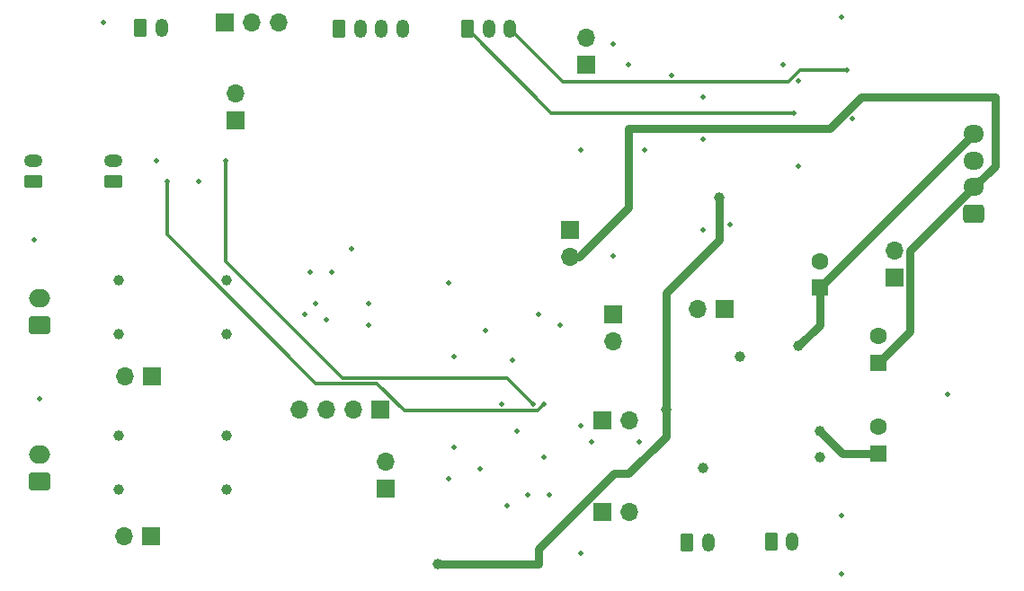
<source format=gbr>
%TF.GenerationSoftware,KiCad,Pcbnew,7.0.8*%
%TF.CreationDate,2024-11-14T21:46:59-08:00*%
%TF.ProjectId,CS8416-PCB5122,43533834-3136-42d5-9043-42353132322e,rev?*%
%TF.SameCoordinates,Original*%
%TF.FileFunction,Copper,L3,Inr*%
%TF.FilePolarity,Positive*%
%FSLAX46Y46*%
G04 Gerber Fmt 4.6, Leading zero omitted, Abs format (unit mm)*
G04 Created by KiCad (PCBNEW 7.0.8) date 2024-11-14 21:46:59*
%MOMM*%
%LPD*%
G01*
G04 APERTURE LIST*
G04 Aperture macros list*
%AMRoundRect*
0 Rectangle with rounded corners*
0 $1 Rounding radius*
0 $2 $3 $4 $5 $6 $7 $8 $9 X,Y pos of 4 corners*
0 Add a 4 corners polygon primitive as box body*
4,1,4,$2,$3,$4,$5,$6,$7,$8,$9,$2,$3,0*
0 Add four circle primitives for the rounded corners*
1,1,$1+$1,$2,$3*
1,1,$1+$1,$4,$5*
1,1,$1+$1,$6,$7*
1,1,$1+$1,$8,$9*
0 Add four rect primitives between the rounded corners*
20,1,$1+$1,$2,$3,$4,$5,0*
20,1,$1+$1,$4,$5,$6,$7,0*
20,1,$1+$1,$6,$7,$8,$9,0*
20,1,$1+$1,$8,$9,$2,$3,0*%
G04 Aperture macros list end*
%TA.AperFunction,ComponentPad*%
%ADD10O,1.700000X1.700000*%
%TD*%
%TA.AperFunction,ComponentPad*%
%ADD11R,1.700000X1.700000*%
%TD*%
%TA.AperFunction,ComponentPad*%
%ADD12C,1.000000*%
%TD*%
%TA.AperFunction,ComponentPad*%
%ADD13R,1.600000X1.600000*%
%TD*%
%TA.AperFunction,ComponentPad*%
%ADD14C,1.600000*%
%TD*%
%TA.AperFunction,ComponentPad*%
%ADD15RoundRect,0.250000X0.725000X-0.600000X0.725000X0.600000X-0.725000X0.600000X-0.725000X-0.600000X0*%
%TD*%
%TA.AperFunction,ComponentPad*%
%ADD16O,1.950000X1.700000*%
%TD*%
%TA.AperFunction,ComponentPad*%
%ADD17O,1.200000X1.750000*%
%TD*%
%TA.AperFunction,ComponentPad*%
%ADD18RoundRect,0.250000X-0.350000X-0.625000X0.350000X-0.625000X0.350000X0.625000X-0.350000X0.625000X0*%
%TD*%
%TA.AperFunction,ComponentPad*%
%ADD19RoundRect,0.250000X0.750000X-0.600000X0.750000X0.600000X-0.750000X0.600000X-0.750000X-0.600000X0*%
%TD*%
%TA.AperFunction,ComponentPad*%
%ADD20O,2.000000X1.700000*%
%TD*%
%TA.AperFunction,ComponentPad*%
%ADD21O,1.750000X1.200000*%
%TD*%
%TA.AperFunction,ComponentPad*%
%ADD22RoundRect,0.250000X0.625000X-0.350000X0.625000X0.350000X-0.625000X0.350000X-0.625000X-0.350000X0*%
%TD*%
%TA.AperFunction,ViaPad*%
%ADD23C,0.500000*%
%TD*%
%TA.AperFunction,ViaPad*%
%ADD24C,1.000000*%
%TD*%
%TA.AperFunction,Conductor*%
%ADD25C,0.300000*%
%TD*%
%TA.AperFunction,Conductor*%
%ADD26C,0.800000*%
%TD*%
G04 APERTURE END LIST*
D10*
%TO.N,3V3*%
%TO.C,J11*%
X107513748Y-114215000D03*
D11*
%TO.N,Net-(J11-Pin_1)*%
X107513748Y-116755000D03*
%TD*%
D12*
%TO.N,SPDIF2_IN*%
%TO.C,T2*%
X63433748Y-151715000D03*
%TO.N,SPDIF2_GND*%
X63433748Y-156795000D03*
%TO.N,AGND*%
X73593748Y-156795000D03*
%TO.N,SPDIF2*%
X73593748Y-151715000D03*
%TD*%
D11*
%TO.N,I2S_DATA*%
%TO.C,J14*%
X88093748Y-149255000D03*
D10*
%TO.N,I2S_LRCLK*%
X85553748Y-149255000D03*
%TO.N,I2S_BCLK*%
X83013748Y-149255000D03*
%TO.N,I2S_SCLK*%
X80473748Y-149255000D03*
%TD*%
D11*
%TO.N,GND*%
%TO.C,J13*%
X110013748Y-140255000D03*
D10*
%TO.N,OMCK*%
X110013748Y-142795000D03*
%TD*%
%TO.N,OUTR*%
%TO.C,J4*%
X78568748Y-112755000D03*
%TO.N,AGND*%
X76028748Y-112755000D03*
D11*
%TO.N,OUTL*%
X73488748Y-112755000D03*
%TD*%
D13*
%TO.N,3V3A*%
%TO.C,C14*%
X135013748Y-153337379D03*
D14*
%TO.N,GND*%
X135013748Y-150837379D03*
%TD*%
D15*
%TO.N,unconnected-(J6-Pin_1-Pad1)*%
%TO.C,J6*%
X144013748Y-130755000D03*
D16*
%TO.N,3V3*%
X144013748Y-128255000D03*
%TO.N,GND*%
X144013748Y-125755000D03*
%TO.N,5V*%
X144013748Y-123255000D03*
%TD*%
D12*
%TO.N,SPDIF1_IN*%
%TO.C,T1*%
X63458748Y-137065000D03*
%TO.N,SPDIF1_GND*%
X63458748Y-142145000D03*
%TO.N,AGND*%
X73618748Y-142145000D03*
%TO.N,SPDIF1*%
X73618748Y-137065000D03*
%TD*%
D17*
%TO.N,OUTR*%
%TO.C,J1*%
X90213748Y-113355000D03*
%TO.N,AGND_OUT*%
X88213748Y-113355000D03*
%TO.N,OUTL*%
X86213748Y-113355000D03*
D18*
%TO.N,AGND_OUT*%
X84213748Y-113355000D03*
%TD*%
D10*
%TO.N,AGND_OUT*%
%TO.C,J3*%
X74513748Y-119455000D03*
D11*
%TO.N,AGND*%
X74513748Y-121995000D03*
%TD*%
D19*
%TO.N,SPDIF1_IN*%
%TO.C,J16*%
X56013748Y-141255000D03*
D20*
%TO.N,SPDIF1_GND*%
X56013748Y-138755000D03*
%TD*%
D10*
%TO.N,GND*%
%TO.C,J8*%
X136513748Y-134215000D03*
D11*
%TO.N,AGND*%
X136513748Y-136755000D03*
%TD*%
D10*
%TO.N,GND*%
%TO.C,J17*%
X88576248Y-154165000D03*
D11*
%TO.N,AGND*%
X88576248Y-156705000D03*
%TD*%
D10*
%TO.N,3V3*%
%TO.C,J18*%
X111553748Y-158880000D03*
D11*
%TO.N,Net-(J18-Pin_1)*%
X109013748Y-158880000D03*
%TD*%
D21*
%TO.N,SDA*%
%TO.C,J7*%
X55463748Y-125755000D03*
D22*
%TO.N,SCL*%
X55463748Y-127755000D03*
%TD*%
D10*
%TO.N,3V3*%
%TO.C,J15*%
X111553748Y-150255000D03*
D11*
%TO.N,Net-(J15-Pin_1)*%
X109013748Y-150255000D03*
%TD*%
D10*
%TO.N,3V3*%
%TO.C,J12*%
X105988748Y-134870000D03*
D11*
%TO.N,Net-(J12-Pin_1)*%
X105988748Y-132330000D03*
%TD*%
%TO.N,AGND*%
%TO.C,J9*%
X120553748Y-139755000D03*
D10*
%TO.N,GND*%
X118013748Y-139755000D03*
%TD*%
D13*
%TO.N,3V3*%
%TO.C,C8*%
X135013748Y-144796189D03*
D14*
%TO.N,GND*%
X135013748Y-142296189D03*
%TD*%
D19*
%TO.N,SPDIF2_IN*%
%TO.C,J20*%
X55988748Y-156005000D03*
D20*
%TO.N,SPDIF2_GND*%
X55988748Y-153505000D03*
%TD*%
D18*
%TO.N,GND*%
%TO.C,J22*%
X124913748Y-161705000D03*
D17*
%TO.N,GPO1*%
X126913748Y-161705000D03*
%TD*%
D18*
%TO.N,GND*%
%TO.C,J10*%
X65513748Y-113255000D03*
D17*
%TO.N,RESET*%
X67513748Y-113255000D03*
%TD*%
D13*
%TO.N,5V*%
%TO.C,C1*%
X129513748Y-137755000D03*
D14*
%TO.N,GND*%
X129513748Y-135255000D03*
%TD*%
D11*
%TO.N,AGND*%
%TO.C,J23*%
X66540000Y-161160000D03*
D10*
%TO.N,SPDIF2_GND*%
X64000000Y-161160000D03*
%TD*%
D11*
%TO.N,AGND*%
%TO.C,J19*%
X66565000Y-146105000D03*
D10*
%TO.N,SPDIF1_GND*%
X64025000Y-146105000D03*
%TD*%
D17*
%TO.N,OUTR*%
%TO.C,J2*%
X100313748Y-113355000D03*
%TO.N,AGND_OUT*%
X98313748Y-113355000D03*
D18*
%TO.N,OUTL*%
X96313748Y-113355000D03*
%TD*%
D21*
%TO.N,SDA*%
%TO.C,J5*%
X62963748Y-125755000D03*
D22*
%TO.N,SCL*%
X62963748Y-127755000D03*
%TD*%
D18*
%TO.N,GND*%
%TO.C,J21*%
X117013748Y-161755000D03*
D17*
%TO.N,GPO0*%
X119013748Y-161755000D03*
%TD*%
D23*
%TO.N,SDA*%
X102513748Y-148755000D03*
%TO.N,SCL*%
X103513748Y-148755000D03*
%TO.N,OMCK*%
X103013748Y-140255000D03*
X98013748Y-141755000D03*
%TO.N,AGND*%
X100013748Y-158255000D03*
X102013748Y-157255000D03*
%TO.N,GND*%
X104013748Y-157255000D03*
%TO.N,3V3*%
X111513748Y-130195000D03*
%TO.N,GND*%
X113013748Y-124755000D03*
%TO.N,Net-(J11-Pin_1)*%
X111513748Y-116755000D03*
%TO.N,SDA*%
X73513748Y-125755000D03*
X67013748Y-125755000D03*
%TO.N,SCL*%
X71013748Y-127755000D03*
X68013748Y-127755000D03*
%TO.N,GND*%
X115513748Y-117755000D03*
X110013748Y-114755000D03*
D24*
%TO.N,3V3A*%
X93513748Y-163755000D03*
X120013748Y-129255000D03*
X115013748Y-149255000D03*
D23*
%TO.N,GND*%
X62013748Y-112755000D03*
%TO.N,RESET*%
X95013748Y-152755000D03*
X97513748Y-154817610D03*
%TO.N,GPO1*%
X101014297Y-151255937D03*
X103513748Y-153755000D03*
%TO.N,GPO0*%
X112513748Y-152255000D03*
X107013748Y-150755000D03*
%TO.N,GND*%
X131513748Y-164755000D03*
X131513748Y-159255000D03*
X141513748Y-147755000D03*
D24*
X118513748Y-154755000D03*
X129513748Y-153755000D03*
X122013748Y-144255000D03*
%TO.N,5V*%
X127513748Y-143255000D03*
%TO.N,3V3A*%
X129513748Y-151255000D03*
D23*
%TO.N,I2S_DATA*%
X83013748Y-140755000D03*
X85368748Y-134110000D03*
%TO.N,I2S_LRCLK*%
X82013748Y-139255000D03*
X83513748Y-136255000D03*
%TO.N,I2S_BCLK*%
X81013748Y-140255000D03*
X81513748Y-136255000D03*
%TO.N,AGND*%
X94513748Y-155755000D03*
%TO.N,Net-(U3-OLRCK)*%
X87013748Y-139255000D03*
X87013748Y-141255000D03*
%TO.N,GND*%
X99513748Y-148755000D03*
X94513748Y-137255000D03*
X105013748Y-141255000D03*
X95013748Y-144255000D03*
X100513748Y-144555000D03*
X110013748Y-134755000D03*
X121013748Y-131755000D03*
X118513748Y-132255000D03*
X107013748Y-124755000D03*
%TO.N,OUTL*%
X127013748Y-121255000D03*
%TO.N,OUTR*%
X132013748Y-117255000D03*
%TO.N,AGND*%
X127513748Y-118255000D03*
X118513748Y-123755000D03*
X118513748Y-119755000D03*
X126013748Y-116755000D03*
X131513748Y-112255000D03*
X132566781Y-121808033D03*
X127513748Y-126255000D03*
%TO.N,GND*%
X108013748Y-152255000D03*
X107013748Y-162755000D03*
%TO.N,AGND*%
X56013748Y-148255000D03*
X55513748Y-133255000D03*
%TD*%
D25*
%TO.N,SDA*%
X84513748Y-146255000D02*
X73513748Y-135255000D01*
%TO.N,SCL*%
X87788724Y-146755000D02*
X82013748Y-146755000D01*
%TO.N,SDA*%
X73513748Y-135255000D02*
X73513748Y-125755000D01*
X100013748Y-146255000D02*
X84513748Y-146255000D01*
X102513748Y-148755000D02*
X100013748Y-146255000D01*
%TO.N,SCL*%
X102913748Y-149355000D02*
X90388724Y-149355000D01*
X103513748Y-148755000D02*
X102913748Y-149355000D01*
X90388724Y-149355000D02*
X87788724Y-146755000D01*
X82013748Y-146755000D02*
X68013748Y-132755000D01*
X68013748Y-132755000D02*
X68013748Y-127755000D01*
%TO.N,OUTR*%
X105313748Y-118355000D02*
X100313748Y-113355000D01*
X132013748Y-117255000D02*
X127665219Y-117255000D01*
X127665219Y-117255000D02*
X126565219Y-118355000D01*
X126565219Y-118355000D02*
X105313748Y-118355000D01*
D26*
%TO.N,3V3*%
X106838748Y-134870000D02*
X105988748Y-134870000D01*
X146013748Y-126255000D02*
X146013748Y-119755000D01*
X130417732Y-122755000D02*
X111513748Y-122755000D01*
X144013748Y-128255000D02*
X146013748Y-126255000D01*
X146013748Y-119755000D02*
X133417732Y-119755000D01*
X133417732Y-119755000D02*
X130417732Y-122755000D01*
X111513748Y-122755000D02*
X111513748Y-130195000D01*
X111513748Y-130195000D02*
X106838748Y-134870000D01*
%TO.N,3V3A*%
X115013748Y-149255000D02*
X115013748Y-151755000D01*
X111513748Y-155255000D02*
X110090220Y-155255000D01*
X115013748Y-151755000D02*
X111513748Y-155255000D01*
X103013748Y-162331472D02*
X103013748Y-163755000D01*
X110090220Y-155255000D02*
X103013748Y-162331472D01*
X103013748Y-163755000D02*
X93513748Y-163755000D01*
X115013748Y-149255000D02*
X115013748Y-138255000D01*
X115013748Y-138255000D02*
X120013748Y-133255000D01*
X120013748Y-133255000D02*
X120013748Y-129255000D01*
%TO.N,5V*%
X129513748Y-141255000D02*
X127513748Y-143255000D01*
X129513748Y-137755000D02*
X129513748Y-141255000D01*
%TO.N,3V3A*%
X135013748Y-153337379D02*
X131596127Y-153337379D01*
X131596127Y-153337379D02*
X129513748Y-151255000D01*
%TO.N,3V3*%
X144013748Y-128255000D02*
X143986666Y-128255000D01*
X143986666Y-128255000D02*
X137963748Y-134277918D01*
X137963748Y-134277918D02*
X137963748Y-141846189D01*
X137963748Y-141846189D02*
X135013748Y-144796189D01*
%TO.N,5V*%
X144013748Y-123255000D02*
X129513748Y-137755000D01*
D25*
%TO.N,OUTL*%
X127013748Y-121255000D02*
X104213748Y-121255000D01*
X104213748Y-121255000D02*
X96313748Y-113355000D01*
%TD*%
M02*

</source>
